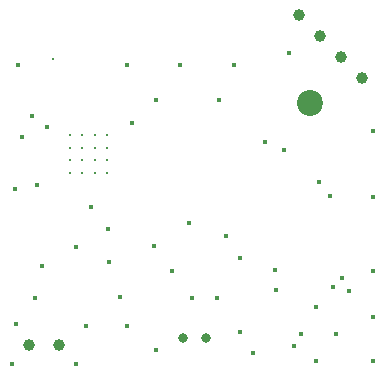
<source format=gbr>
%TF.GenerationSoftware,KiCad,Pcbnew,7.0.2-6a45011f42~172~ubuntu22.04.1*%
%TF.CreationDate,2023-08-24T18:49:15+02:00*%
%TF.ProjectId,CH582,43483538-322e-46b6-9963-61645f706362,rev?*%
%TF.SameCoordinates,Original*%
%TF.FileFunction,Plated,1,2,PTH,Drill*%
%TF.FilePolarity,Positive*%
%FSLAX46Y46*%
G04 Gerber Fmt 4.6, Leading zero omitted, Abs format (unit mm)*
G04 Created by KiCad (PCBNEW 7.0.2-6a45011f42~172~ubuntu22.04.1) date 2023-08-24 18:49:15*
%MOMM*%
%LPD*%
G01*
G04 APERTURE LIST*
%TA.AperFunction,ComponentDrill*%
%ADD10C,0.200000*%
%TD*%
%TA.AperFunction,ComponentDrill*%
%ADD11C,0.300000*%
%TD*%
%TA.AperFunction,ViaDrill*%
%ADD12C,0.400000*%
%TD*%
%TA.AperFunction,ComponentDrill*%
%ADD13C,0.800000*%
%TD*%
%TA.AperFunction,ComponentDrill*%
%ADD14C,1.000000*%
%TD*%
%TA.AperFunction,ComponentDrill*%
%ADD15C,2.200000*%
%TD*%
G04 APERTURE END LIST*
D10*
%TO.C,U3*%
X20405482Y-26987800D03*
X20405482Y-28054467D03*
X20405482Y-29121133D03*
X20405482Y-30187800D03*
X21472149Y-26987800D03*
X21472149Y-28054467D03*
X21472149Y-29121133D03*
X21472149Y-30187800D03*
X22538815Y-26987800D03*
X22538815Y-28054467D03*
X22538815Y-29121133D03*
X22538815Y-30187800D03*
X23605482Y-26987800D03*
X23605482Y-28054467D03*
X23605482Y-29121133D03*
X23605482Y-30187800D03*
D11*
%TO.C,AE1*%
X19000000Y-20550000D03*
%TD*%
D12*
X15494000Y-46355000D03*
X15800000Y-31600000D03*
X15875000Y-43000000D03*
X16002000Y-21082000D03*
X16357798Y-27134299D03*
X17222200Y-25377800D03*
X17517709Y-40754353D03*
X17653000Y-31200000D03*
X18034000Y-38100000D03*
X18496356Y-26289000D03*
X20955000Y-36449000D03*
X20955000Y-46355000D03*
X21800000Y-43200000D03*
X22225000Y-33050500D03*
X23622000Y-34925000D03*
X23749000Y-37719000D03*
X24683071Y-40696081D03*
X25273000Y-21082000D03*
X25273000Y-43170500D03*
X25654000Y-25982961D03*
X27590750Y-36417250D03*
X27686000Y-24003000D03*
X27698000Y-45200000D03*
X29083000Y-38481000D03*
X29718000Y-21082000D03*
X30480000Y-34433500D03*
X30734000Y-40767000D03*
X32893000Y-40767000D03*
X33020000Y-24003000D03*
X33655000Y-35560000D03*
X34290000Y-21082000D03*
X34798000Y-43688000D03*
X34800000Y-37400000D03*
X35941000Y-45466000D03*
X36957000Y-27559000D03*
X37800000Y-38400000D03*
X37846000Y-40132000D03*
X38578812Y-28223188D03*
X39014266Y-20014266D03*
X39370000Y-44831000D03*
X40005000Y-43815000D03*
X41275000Y-41529000D03*
X41275000Y-46101000D03*
X41550500Y-30929361D03*
X42418000Y-32131000D03*
X42672000Y-39878000D03*
X43000000Y-43800000D03*
X43434000Y-39116000D03*
X44049500Y-40200000D03*
X46101000Y-26670000D03*
X46101000Y-32258000D03*
X46101000Y-38481000D03*
X46101000Y-42418000D03*
X46101000Y-46101000D03*
D13*
%TO.C,J1*%
X30000000Y-44200000D03*
X32000000Y-44200000D03*
D14*
%TO.C,J5*%
X17000000Y-44800000D03*
X19540000Y-44800000D03*
%TO.C,J3*%
X39811846Y-16811846D03*
X41607898Y-18607898D03*
X43403949Y-20403949D03*
X45200000Y-22200000D03*
D15*
%TO.C,GND1*%
X40767000Y-24257000D03*
M02*

</source>
